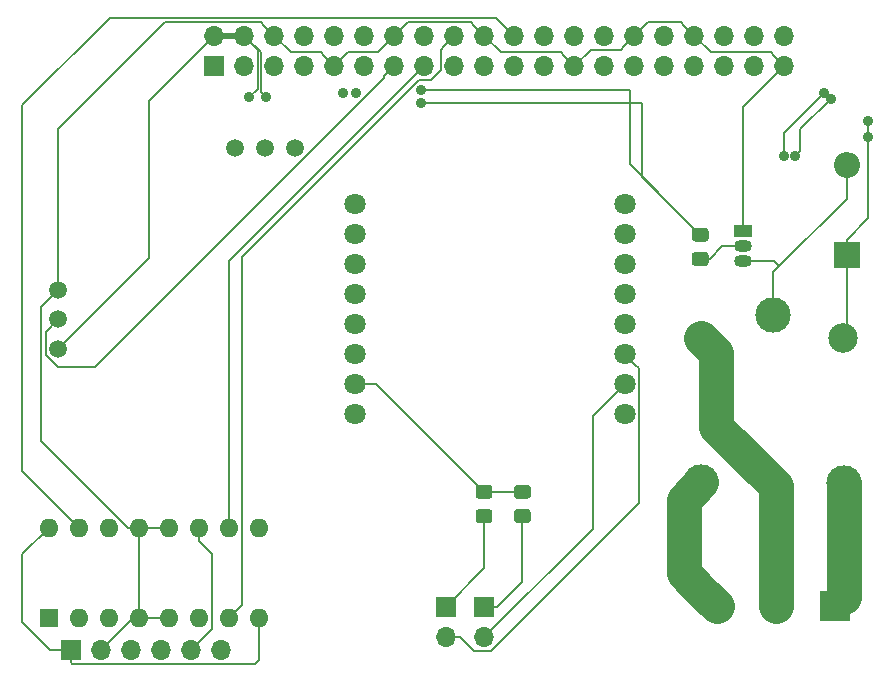
<source format=gtl>
G04 #@! TF.GenerationSoftware,KiCad,Pcbnew,(5.0.0-3-g5ebb6b6)*
G04 #@! TF.CreationDate,2018-10-04T16:31:17-06:00*
G04 #@! TF.ProjectId,Hallow,48616C6C6F772E6B696361645F706362,rev?*
G04 #@! TF.SameCoordinates,Original*
G04 #@! TF.FileFunction,Copper,L1,Top,Signal*
G04 #@! TF.FilePolarity,Positive*
%FSLAX46Y46*%
G04 Gerber Fmt 4.6, Leading zero omitted, Abs format (unit mm)*
G04 Created by KiCad (PCBNEW (5.0.0-3-g5ebb6b6)) date Thursday, October 04, 2018 at 04:31:17 PM*
%MOMM*%
%LPD*%
G01*
G04 APERTURE LIST*
G04 #@! TA.AperFunction,ComponentPad*
%ADD10R,1.700000X1.700000*%
G04 #@! TD*
G04 #@! TA.AperFunction,ComponentPad*
%ADD11O,1.700000X1.700000*%
G04 #@! TD*
G04 #@! TA.AperFunction,ComponentPad*
%ADD12R,1.600000X1.600000*%
G04 #@! TD*
G04 #@! TA.AperFunction,ComponentPad*
%ADD13O,1.600000X1.600000*%
G04 #@! TD*
G04 #@! TA.AperFunction,Conductor*
%ADD14C,0.150000*%
G04 #@! TD*
G04 #@! TA.AperFunction,SMDPad,CuDef*
%ADD15C,1.150000*%
G04 #@! TD*
G04 #@! TA.AperFunction,ComponentPad*
%ADD16C,1.800000*%
G04 #@! TD*
G04 #@! TA.AperFunction,ComponentPad*
%ADD17C,1.500000*%
G04 #@! TD*
G04 #@! TA.AperFunction,ComponentPad*
%ADD18R,2.200000X2.200000*%
G04 #@! TD*
G04 #@! TA.AperFunction,ComponentPad*
%ADD19O,2.200000X2.200000*%
G04 #@! TD*
G04 #@! TA.AperFunction,ComponentPad*
%ADD20C,2.500000*%
G04 #@! TD*
G04 #@! TA.AperFunction,ComponentPad*
%ADD21C,3.000000*%
G04 #@! TD*
G04 #@! TA.AperFunction,ComponentPad*
%ADD22O,1.500000X1.050000*%
G04 #@! TD*
G04 #@! TA.AperFunction,ComponentPad*
%ADD23R,1.500000X1.050000*%
G04 #@! TD*
G04 #@! TA.AperFunction,ComponentPad*
%ADD24R,2.600000X2.600000*%
G04 #@! TD*
G04 #@! TA.AperFunction,ComponentPad*
%ADD25C,2.600000*%
G04 #@! TD*
G04 #@! TA.AperFunction,ViaPad*
%ADD26C,0.900000*%
G04 #@! TD*
G04 #@! TA.AperFunction,Conductor*
%ADD27C,0.500000*%
G04 #@! TD*
G04 #@! TA.AperFunction,Conductor*
%ADD28C,0.200000*%
G04 #@! TD*
G04 #@! TA.AperFunction,Conductor*
%ADD29C,3.000000*%
G04 #@! TD*
G04 APERTURE END LIST*
D10*
G04 #@! TO.P,J3,1*
G04 #@! TO.N,/Vcc2*
X196240800Y-148222000D03*
D11*
G04 #@! TO.P,J3,2*
G04 #@! TO.N,GND*
X198780800Y-148222000D03*
G04 #@! TO.P,J3,3*
G04 #@! TO.N,/Out1*
X201320800Y-148222000D03*
G04 #@! TO.P,J3,4*
G04 #@! TO.N,/Out2*
X203860800Y-148222000D03*
G04 #@! TO.P,J3,5*
G04 #@! TO.N,/Out3*
X206400800Y-148222000D03*
G04 #@! TO.P,J3,6*
G04 #@! TO.N,/Out4*
X208940800Y-148222000D03*
G04 #@! TD*
D12*
G04 #@! TO.P,L293D,1*
G04 #@! TO.N,/GPIO18(GEN1)(PWM0)*
X194361200Y-145478800D03*
D13*
G04 #@! TO.P,L293D,9*
G04 #@! TO.N,/GPIO13(PWM1)*
X212141200Y-137858800D03*
G04 #@! TO.P,L293D,2*
G04 #@! TO.N,/GPIO23(GEN4)*
X196901200Y-145478800D03*
G04 #@! TO.P,L293D,10*
G04 #@! TO.N,/GPIO22(GEN3)*
X209601200Y-137858800D03*
G04 #@! TO.P,L293D,3*
G04 #@! TO.N,/Out1*
X199441200Y-145478800D03*
G04 #@! TO.P,L293D,11*
G04 #@! TO.N,/Out3*
X207061200Y-137858800D03*
G04 #@! TO.P,L293D,4*
G04 #@! TO.N,GND*
X201981200Y-145478800D03*
G04 #@! TO.P,L293D,12*
X204521200Y-137858800D03*
G04 #@! TO.P,L293D,5*
X204521200Y-145478800D03*
G04 #@! TO.P,L293D,13*
X201981200Y-137858800D03*
G04 #@! TO.P,L293D,6*
G04 #@! TO.N,/Out2*
X207061200Y-145478800D03*
G04 #@! TO.P,L293D,14*
G04 #@! TO.N,/Out4*
X199441200Y-137858800D03*
G04 #@! TO.P,L293D,7*
G04 #@! TO.N,/GPIO24(GEN5)*
X209601200Y-145478800D03*
G04 #@! TO.P,L293D,15*
G04 #@! TO.N,/GPIO25(GEN6)*
X196901200Y-137858800D03*
G04 #@! TO.P,L293D,8*
G04 #@! TO.N,/Vcc2*
X212141200Y-145478800D03*
G04 #@! TO.P,L293D,16*
X194361200Y-137858800D03*
G04 #@! TD*
D11*
G04 #@! TO.P,D3,2*
G04 #@! TO.N,/WM_D7*
X227983745Y-147089771D03*
D10*
G04 #@! TO.P,D3,1*
G04 #@! TO.N,Net-(D3-Pad1)*
X227983745Y-144549771D03*
G04 #@! TD*
G04 #@! TO.P,D2,1*
G04 #@! TO.N,Net-(D2-Pad1)*
X231242000Y-144615200D03*
D11*
G04 #@! TO.P,D2,2*
G04 #@! TO.N,/WM_D8*
X231242000Y-147155200D03*
G04 #@! TD*
D14*
G04 #@! TO.N,Net-(D3-Pad1)*
G04 #@! TO.C,R3*
G36*
X231699290Y-136309095D02*
X231723558Y-136312695D01*
X231747357Y-136318656D01*
X231770456Y-136326921D01*
X231792635Y-136337411D01*
X231813678Y-136350023D01*
X231833384Y-136364638D01*
X231851562Y-136381114D01*
X231868038Y-136399292D01*
X231882653Y-136418998D01*
X231895265Y-136440041D01*
X231905755Y-136462220D01*
X231914020Y-136485319D01*
X231919981Y-136509118D01*
X231923581Y-136533386D01*
X231924785Y-136557890D01*
X231924785Y-137207892D01*
X231923581Y-137232396D01*
X231919981Y-137256664D01*
X231914020Y-137280463D01*
X231905755Y-137303562D01*
X231895265Y-137325741D01*
X231882653Y-137346784D01*
X231868038Y-137366490D01*
X231851562Y-137384668D01*
X231833384Y-137401144D01*
X231813678Y-137415759D01*
X231792635Y-137428371D01*
X231770456Y-137438861D01*
X231747357Y-137447126D01*
X231723558Y-137453087D01*
X231699290Y-137456687D01*
X231674786Y-137457891D01*
X230774784Y-137457891D01*
X230750280Y-137456687D01*
X230726012Y-137453087D01*
X230702213Y-137447126D01*
X230679114Y-137438861D01*
X230656935Y-137428371D01*
X230635892Y-137415759D01*
X230616186Y-137401144D01*
X230598008Y-137384668D01*
X230581532Y-137366490D01*
X230566917Y-137346784D01*
X230554305Y-137325741D01*
X230543815Y-137303562D01*
X230535550Y-137280463D01*
X230529589Y-137256664D01*
X230525989Y-137232396D01*
X230524785Y-137207892D01*
X230524785Y-136557890D01*
X230525989Y-136533386D01*
X230529589Y-136509118D01*
X230535550Y-136485319D01*
X230543815Y-136462220D01*
X230554305Y-136440041D01*
X230566917Y-136418998D01*
X230581532Y-136399292D01*
X230598008Y-136381114D01*
X230616186Y-136364638D01*
X230635892Y-136350023D01*
X230656935Y-136337411D01*
X230679114Y-136326921D01*
X230702213Y-136318656D01*
X230726012Y-136312695D01*
X230750280Y-136309095D01*
X230774784Y-136307891D01*
X231674786Y-136307891D01*
X231699290Y-136309095D01*
X231699290Y-136309095D01*
G37*
D15*
G04 #@! TD*
G04 #@! TO.P,R3,2*
G04 #@! TO.N,Net-(D3-Pad1)*
X231224785Y-136882891D03*
D14*
G04 #@! TO.N,/WM_GND*
G04 #@! TO.C,R3*
G36*
X231699290Y-134259095D02*
X231723558Y-134262695D01*
X231747357Y-134268656D01*
X231770456Y-134276921D01*
X231792635Y-134287411D01*
X231813678Y-134300023D01*
X231833384Y-134314638D01*
X231851562Y-134331114D01*
X231868038Y-134349292D01*
X231882653Y-134368998D01*
X231895265Y-134390041D01*
X231905755Y-134412220D01*
X231914020Y-134435319D01*
X231919981Y-134459118D01*
X231923581Y-134483386D01*
X231924785Y-134507890D01*
X231924785Y-135157892D01*
X231923581Y-135182396D01*
X231919981Y-135206664D01*
X231914020Y-135230463D01*
X231905755Y-135253562D01*
X231895265Y-135275741D01*
X231882653Y-135296784D01*
X231868038Y-135316490D01*
X231851562Y-135334668D01*
X231833384Y-135351144D01*
X231813678Y-135365759D01*
X231792635Y-135378371D01*
X231770456Y-135388861D01*
X231747357Y-135397126D01*
X231723558Y-135403087D01*
X231699290Y-135406687D01*
X231674786Y-135407891D01*
X230774784Y-135407891D01*
X230750280Y-135406687D01*
X230726012Y-135403087D01*
X230702213Y-135397126D01*
X230679114Y-135388861D01*
X230656935Y-135378371D01*
X230635892Y-135365759D01*
X230616186Y-135351144D01*
X230598008Y-135334668D01*
X230581532Y-135316490D01*
X230566917Y-135296784D01*
X230554305Y-135275741D01*
X230543815Y-135253562D01*
X230535550Y-135230463D01*
X230529589Y-135206664D01*
X230525989Y-135182396D01*
X230524785Y-135157892D01*
X230524785Y-134507890D01*
X230525989Y-134483386D01*
X230529589Y-134459118D01*
X230535550Y-134435319D01*
X230543815Y-134412220D01*
X230554305Y-134390041D01*
X230566917Y-134368998D01*
X230581532Y-134349292D01*
X230598008Y-134331114D01*
X230616186Y-134314638D01*
X230635892Y-134300023D01*
X230656935Y-134287411D01*
X230679114Y-134276921D01*
X230702213Y-134268656D01*
X230726012Y-134262695D01*
X230750280Y-134259095D01*
X230774784Y-134257891D01*
X231674786Y-134257891D01*
X231699290Y-134259095D01*
X231699290Y-134259095D01*
G37*
D15*
G04 #@! TD*
G04 #@! TO.P,R3,1*
G04 #@! TO.N,/WM_GND*
X231224785Y-134832891D03*
D14*
G04 #@! TO.N,/WM_GND*
G04 #@! TO.C,R2*
G36*
X234940330Y-134252855D02*
X234964598Y-134256455D01*
X234988397Y-134262416D01*
X235011496Y-134270681D01*
X235033675Y-134281171D01*
X235054718Y-134293783D01*
X235074424Y-134308398D01*
X235092602Y-134324874D01*
X235109078Y-134343052D01*
X235123693Y-134362758D01*
X235136305Y-134383801D01*
X235146795Y-134405980D01*
X235155060Y-134429079D01*
X235161021Y-134452878D01*
X235164621Y-134477146D01*
X235165825Y-134501650D01*
X235165825Y-135151652D01*
X235164621Y-135176156D01*
X235161021Y-135200424D01*
X235155060Y-135224223D01*
X235146795Y-135247322D01*
X235136305Y-135269501D01*
X235123693Y-135290544D01*
X235109078Y-135310250D01*
X235092602Y-135328428D01*
X235074424Y-135344904D01*
X235054718Y-135359519D01*
X235033675Y-135372131D01*
X235011496Y-135382621D01*
X234988397Y-135390886D01*
X234964598Y-135396847D01*
X234940330Y-135400447D01*
X234915826Y-135401651D01*
X234015824Y-135401651D01*
X233991320Y-135400447D01*
X233967052Y-135396847D01*
X233943253Y-135390886D01*
X233920154Y-135382621D01*
X233897975Y-135372131D01*
X233876932Y-135359519D01*
X233857226Y-135344904D01*
X233839048Y-135328428D01*
X233822572Y-135310250D01*
X233807957Y-135290544D01*
X233795345Y-135269501D01*
X233784855Y-135247322D01*
X233776590Y-135224223D01*
X233770629Y-135200424D01*
X233767029Y-135176156D01*
X233765825Y-135151652D01*
X233765825Y-134501650D01*
X233767029Y-134477146D01*
X233770629Y-134452878D01*
X233776590Y-134429079D01*
X233784855Y-134405980D01*
X233795345Y-134383801D01*
X233807957Y-134362758D01*
X233822572Y-134343052D01*
X233839048Y-134324874D01*
X233857226Y-134308398D01*
X233876932Y-134293783D01*
X233897975Y-134281171D01*
X233920154Y-134270681D01*
X233943253Y-134262416D01*
X233967052Y-134256455D01*
X233991320Y-134252855D01*
X234015824Y-134251651D01*
X234915826Y-134251651D01*
X234940330Y-134252855D01*
X234940330Y-134252855D01*
G37*
D15*
G04 #@! TD*
G04 #@! TO.P,R2,1*
G04 #@! TO.N,/WM_GND*
X234465825Y-134826651D03*
D14*
G04 #@! TO.N,Net-(D2-Pad1)*
G04 #@! TO.C,R2*
G36*
X234940330Y-136302855D02*
X234964598Y-136306455D01*
X234988397Y-136312416D01*
X235011496Y-136320681D01*
X235033675Y-136331171D01*
X235054718Y-136343783D01*
X235074424Y-136358398D01*
X235092602Y-136374874D01*
X235109078Y-136393052D01*
X235123693Y-136412758D01*
X235136305Y-136433801D01*
X235146795Y-136455980D01*
X235155060Y-136479079D01*
X235161021Y-136502878D01*
X235164621Y-136527146D01*
X235165825Y-136551650D01*
X235165825Y-137201652D01*
X235164621Y-137226156D01*
X235161021Y-137250424D01*
X235155060Y-137274223D01*
X235146795Y-137297322D01*
X235136305Y-137319501D01*
X235123693Y-137340544D01*
X235109078Y-137360250D01*
X235092602Y-137378428D01*
X235074424Y-137394904D01*
X235054718Y-137409519D01*
X235033675Y-137422131D01*
X235011496Y-137432621D01*
X234988397Y-137440886D01*
X234964598Y-137446847D01*
X234940330Y-137450447D01*
X234915826Y-137451651D01*
X234015824Y-137451651D01*
X233991320Y-137450447D01*
X233967052Y-137446847D01*
X233943253Y-137440886D01*
X233920154Y-137432621D01*
X233897975Y-137422131D01*
X233876932Y-137409519D01*
X233857226Y-137394904D01*
X233839048Y-137378428D01*
X233822572Y-137360250D01*
X233807957Y-137340544D01*
X233795345Y-137319501D01*
X233784855Y-137297322D01*
X233776590Y-137274223D01*
X233770629Y-137250424D01*
X233767029Y-137226156D01*
X233765825Y-137201652D01*
X233765825Y-136551650D01*
X233767029Y-136527146D01*
X233770629Y-136502878D01*
X233776590Y-136479079D01*
X233784855Y-136455980D01*
X233795345Y-136433801D01*
X233807957Y-136412758D01*
X233822572Y-136393052D01*
X233839048Y-136374874D01*
X233857226Y-136358398D01*
X233876932Y-136343783D01*
X233897975Y-136331171D01*
X233920154Y-136320681D01*
X233943253Y-136312416D01*
X233967052Y-136306455D01*
X233991320Y-136302855D01*
X234015824Y-136301651D01*
X234915826Y-136301651D01*
X234940330Y-136302855D01*
X234940330Y-136302855D01*
G37*
D15*
G04 #@! TD*
G04 #@! TO.P,R2,2*
G04 #@! TO.N,Net-(D2-Pad1)*
X234465825Y-136876651D03*
D16*
G04 #@! TO.P,U1,8*
G04 #@! TO.N,Net-(U1-Pad8)*
X220269200Y-110477600D03*
G04 #@! TO.P,U1,7*
G04 #@! TO.N,Net-(U1-Pad7)*
X220269200Y-113017600D03*
G04 #@! TO.P,U1,6*
G04 #@! TO.N,Net-(U1-Pad6)*
X220269200Y-115557600D03*
G04 #@! TO.P,U1,5*
G04 #@! TO.N,Net-(U1-Pad5)*
X220269200Y-118097600D03*
G04 #@! TO.P,U1,4*
G04 #@! TO.N,Net-(U1-Pad4)*
X220269200Y-120637600D03*
G04 #@! TO.P,U1,3*
G04 #@! TO.N,Net-(U1-Pad3)*
X220269200Y-123177600D03*
G04 #@! TO.P,U1,2*
G04 #@! TO.N,/WM_GND*
X220269200Y-125717600D03*
G04 #@! TO.P,U1,1*
G04 #@! TO.N,Net-(U1-Pad1)*
X220269200Y-128257600D03*
G04 #@! TO.P,U1,16*
G04 #@! TO.N,Net-(U1-Pad16)*
X243129200Y-128257600D03*
G04 #@! TO.P,U1,15*
G04 #@! TO.N,/WM_D8*
X243129200Y-125717600D03*
G04 #@! TO.P,U1,14*
G04 #@! TO.N,/WM_D7*
X243129200Y-123177600D03*
G04 #@! TO.P,U1,13*
G04 #@! TO.N,Net-(U1-Pad13)*
X243129200Y-120637600D03*
G04 #@! TO.P,U1,12*
G04 #@! TO.N,Net-(U1-Pad12)*
X243129200Y-118097600D03*
G04 #@! TO.P,U1,11*
G04 #@! TO.N,Net-(U1-Pad11)*
X243129200Y-115557600D03*
G04 #@! TO.P,U1,10*
G04 #@! TO.N,Net-(U1-Pad10)*
X243129200Y-113017600D03*
G04 #@! TO.P,U1,9*
G04 #@! TO.N,Net-(U1-Pad9)*
X243129200Y-110477600D03*
G04 #@! TD*
D17*
G04 #@! TO.P,J2,1*
G04 #@! TO.N,Net-(J2-Pad1)*
X215181600Y-105731200D03*
G04 #@! TO.P,J2,2*
G04 #@! TO.N,Net-(J2-Pad2)*
X212681600Y-105731200D03*
G04 #@! TO.P,J2,3*
G04 #@! TO.N,Net-(J2-Pad3)*
X210181600Y-105731200D03*
G04 #@! TO.P,J2,4*
G04 #@! TO.N,GND*
X195181600Y-117731200D03*
G04 #@! TO.P,J2,5*
G04 #@! TO.N,/GPIO27(GEN2)*
X195181600Y-120231200D03*
G04 #@! TO.P,J2,6*
G04 #@! TO.N,+5V*
X195181600Y-122731200D03*
G04 #@! TD*
D18*
G04 #@! TO.P,D1,1*
G04 #@! TO.N,+5V*
X261925200Y-114795600D03*
D19*
G04 #@! TO.P,D1,2*
G04 #@! TO.N,/RLY1*
X261925200Y-107175600D03*
G04 #@! TD*
D20*
G04 #@! TO.P,K1,2*
G04 #@! TO.N,/RLY(COM)*
X249626800Y-121825600D03*
D21*
G04 #@! TO.P,K1,3*
G04 #@! TO.N,/RLY(NO)*
X249626800Y-134025600D03*
G04 #@! TO.P,K1,4*
G04 #@! TO.N,/RLY(NC)*
X261676800Y-134075600D03*
D20*
G04 #@! TO.P,K1,5*
G04 #@! TO.N,+5V*
X261626800Y-121825600D03*
D21*
G04 #@! TO.P,K1,1*
G04 #@! TO.N,/RLY1*
X255676800Y-119875600D03*
G04 #@! TD*
D22*
G04 #@! TO.P,Q1,2*
G04 #@! TO.N,Net-(Q1-Pad2)*
X253136800Y-114033600D03*
G04 #@! TO.P,Q1,3*
G04 #@! TO.N,/RLY1*
X253136800Y-115303600D03*
D23*
G04 #@! TO.P,Q1,1*
G04 #@! TO.N,GND*
X253136800Y-112763600D03*
G04 #@! TD*
D14*
G04 #@! TO.N,/GPIO17(GEN0)*
G04 #@! TO.C,R1*
G36*
X250004505Y-112485604D02*
X250028773Y-112489204D01*
X250052572Y-112495165D01*
X250075671Y-112503430D01*
X250097850Y-112513920D01*
X250118893Y-112526532D01*
X250138599Y-112541147D01*
X250156777Y-112557623D01*
X250173253Y-112575801D01*
X250187868Y-112595507D01*
X250200480Y-112616550D01*
X250210970Y-112638729D01*
X250219235Y-112661828D01*
X250225196Y-112685627D01*
X250228796Y-112709895D01*
X250230000Y-112734399D01*
X250230000Y-113384401D01*
X250228796Y-113408905D01*
X250225196Y-113433173D01*
X250219235Y-113456972D01*
X250210970Y-113480071D01*
X250200480Y-113502250D01*
X250187868Y-113523293D01*
X250173253Y-113542999D01*
X250156777Y-113561177D01*
X250138599Y-113577653D01*
X250118893Y-113592268D01*
X250097850Y-113604880D01*
X250075671Y-113615370D01*
X250052572Y-113623635D01*
X250028773Y-113629596D01*
X250004505Y-113633196D01*
X249980001Y-113634400D01*
X249079999Y-113634400D01*
X249055495Y-113633196D01*
X249031227Y-113629596D01*
X249007428Y-113623635D01*
X248984329Y-113615370D01*
X248962150Y-113604880D01*
X248941107Y-113592268D01*
X248921401Y-113577653D01*
X248903223Y-113561177D01*
X248886747Y-113542999D01*
X248872132Y-113523293D01*
X248859520Y-113502250D01*
X248849030Y-113480071D01*
X248840765Y-113456972D01*
X248834804Y-113433173D01*
X248831204Y-113408905D01*
X248830000Y-113384401D01*
X248830000Y-112734399D01*
X248831204Y-112709895D01*
X248834804Y-112685627D01*
X248840765Y-112661828D01*
X248849030Y-112638729D01*
X248859520Y-112616550D01*
X248872132Y-112595507D01*
X248886747Y-112575801D01*
X248903223Y-112557623D01*
X248921401Y-112541147D01*
X248941107Y-112526532D01*
X248962150Y-112513920D01*
X248984329Y-112503430D01*
X249007428Y-112495165D01*
X249031227Y-112489204D01*
X249055495Y-112485604D01*
X249079999Y-112484400D01*
X249980001Y-112484400D01*
X250004505Y-112485604D01*
X250004505Y-112485604D01*
G37*
D15*
G04 #@! TD*
G04 #@! TO.P,R1,1*
G04 #@! TO.N,/GPIO17(GEN0)*
X249530000Y-113059400D03*
D14*
G04 #@! TO.N,Net-(Q1-Pad2)*
G04 #@! TO.C,R1*
G36*
X250004505Y-114535604D02*
X250028773Y-114539204D01*
X250052572Y-114545165D01*
X250075671Y-114553430D01*
X250097850Y-114563920D01*
X250118893Y-114576532D01*
X250138599Y-114591147D01*
X250156777Y-114607623D01*
X250173253Y-114625801D01*
X250187868Y-114645507D01*
X250200480Y-114666550D01*
X250210970Y-114688729D01*
X250219235Y-114711828D01*
X250225196Y-114735627D01*
X250228796Y-114759895D01*
X250230000Y-114784399D01*
X250230000Y-115434401D01*
X250228796Y-115458905D01*
X250225196Y-115483173D01*
X250219235Y-115506972D01*
X250210970Y-115530071D01*
X250200480Y-115552250D01*
X250187868Y-115573293D01*
X250173253Y-115592999D01*
X250156777Y-115611177D01*
X250138599Y-115627653D01*
X250118893Y-115642268D01*
X250097850Y-115654880D01*
X250075671Y-115665370D01*
X250052572Y-115673635D01*
X250028773Y-115679596D01*
X250004505Y-115683196D01*
X249980001Y-115684400D01*
X249079999Y-115684400D01*
X249055495Y-115683196D01*
X249031227Y-115679596D01*
X249007428Y-115673635D01*
X248984329Y-115665370D01*
X248962150Y-115654880D01*
X248941107Y-115642268D01*
X248921401Y-115627653D01*
X248903223Y-115611177D01*
X248886747Y-115592999D01*
X248872132Y-115573293D01*
X248859520Y-115552250D01*
X248849030Y-115530071D01*
X248840765Y-115506972D01*
X248834804Y-115483173D01*
X248831204Y-115458905D01*
X248830000Y-115434401D01*
X248830000Y-114784399D01*
X248831204Y-114759895D01*
X248834804Y-114735627D01*
X248840765Y-114711828D01*
X248849030Y-114688729D01*
X248859520Y-114666550D01*
X248872132Y-114645507D01*
X248886747Y-114625801D01*
X248903223Y-114607623D01*
X248921401Y-114591147D01*
X248941107Y-114576532D01*
X248962150Y-114563920D01*
X248984329Y-114553430D01*
X249007428Y-114545165D01*
X249031227Y-114539204D01*
X249055495Y-114535604D01*
X249079999Y-114534400D01*
X249980001Y-114534400D01*
X250004505Y-114535604D01*
X250004505Y-114535604D01*
G37*
D15*
G04 #@! TD*
G04 #@! TO.P,R1,2*
G04 #@! TO.N,Net-(Q1-Pad2)*
X249530000Y-115109400D03*
D24*
G04 #@! TO.P,J1,1*
G04 #@! TO.N,/RLY(NC)*
X260909200Y-144513600D03*
D25*
G04 #@! TO.P,J1,2*
G04 #@! TO.N,/RLY(COM)*
X255909200Y-144513600D03*
G04 #@! TO.P,J1,3*
G04 #@! TO.N,/RLY(NO)*
X250909200Y-144513600D03*
G04 #@! TD*
D10*
G04 #@! TO.P,P1,1*
G04 #@! TO.N,+3V3*
X208370000Y-98770000D03*
D11*
G04 #@! TO.P,P1,2*
G04 #@! TO.N,+5V*
X208370000Y-96230000D03*
G04 #@! TO.P,P1,3*
G04 #@! TO.N,/GPIO2(SDA1)*
X210910000Y-98770000D03*
G04 #@! TO.P,P1,4*
G04 #@! TO.N,+5V*
X210910000Y-96230000D03*
G04 #@! TO.P,P1,5*
G04 #@! TO.N,/GPIO3(SCL1)*
X213450000Y-98770000D03*
G04 #@! TO.P,P1,6*
G04 #@! TO.N,GND*
X213450000Y-96230000D03*
G04 #@! TO.P,P1,7*
G04 #@! TO.N,/GPIO4(GCLK)*
X215990000Y-98770000D03*
G04 #@! TO.P,P1,8*
G04 #@! TO.N,/GPIO14(TXD0)*
X215990000Y-96230000D03*
G04 #@! TO.P,P1,9*
G04 #@! TO.N,GND*
X218530000Y-98770000D03*
G04 #@! TO.P,P1,10*
G04 #@! TO.N,/GPIO15(RXD0)*
X218530000Y-96230000D03*
G04 #@! TO.P,P1,11*
G04 #@! TO.N,/GPIO17(GEN0)*
X221070000Y-98770000D03*
G04 #@! TO.P,P1,12*
G04 #@! TO.N,/GPIO18(GEN1)(PWM0)*
X221070000Y-96230000D03*
G04 #@! TO.P,P1,13*
G04 #@! TO.N,/GPIO27(GEN2)*
X223610000Y-98770000D03*
G04 #@! TO.P,P1,14*
G04 #@! TO.N,GND*
X223610000Y-96230000D03*
G04 #@! TO.P,P1,15*
G04 #@! TO.N,/GPIO22(GEN3)*
X226150000Y-98770000D03*
G04 #@! TO.P,P1,16*
G04 #@! TO.N,/GPIO23(GEN4)*
X226150000Y-96230000D03*
G04 #@! TO.P,P1,17*
G04 #@! TO.N,+3V3*
X228690000Y-98770000D03*
G04 #@! TO.P,P1,18*
G04 #@! TO.N,/GPIO24(GEN5)*
X228690000Y-96230000D03*
G04 #@! TO.P,P1,19*
G04 #@! TO.N,/GPIO10(SPI0_MOSI)*
X231230000Y-98770000D03*
G04 #@! TO.P,P1,20*
G04 #@! TO.N,GND*
X231230000Y-96230000D03*
G04 #@! TO.P,P1,21*
G04 #@! TO.N,/GPIO9(SPI0_MISO)*
X233770000Y-98770000D03*
G04 #@! TO.P,P1,22*
G04 #@! TO.N,/GPIO25(GEN6)*
X233770000Y-96230000D03*
G04 #@! TO.P,P1,23*
G04 #@! TO.N,/GPIO11(SPI0_SCK)*
X236310000Y-98770000D03*
G04 #@! TO.P,P1,24*
G04 #@! TO.N,/GPIO8(SPI0_CE_N)*
X236310000Y-96230000D03*
G04 #@! TO.P,P1,25*
G04 #@! TO.N,GND*
X238850000Y-98770000D03*
G04 #@! TO.P,P1,26*
G04 #@! TO.N,/GPIO7(SPI1_CE_N)*
X238850000Y-96230000D03*
G04 #@! TO.P,P1,27*
G04 #@! TO.N,/ID_SD*
X241390000Y-98770000D03*
G04 #@! TO.P,P1,28*
G04 #@! TO.N,/ID_SC*
X241390000Y-96230000D03*
G04 #@! TO.P,P1,29*
G04 #@! TO.N,/GPIO5*
X243930000Y-98770000D03*
G04 #@! TO.P,P1,30*
G04 #@! TO.N,GND*
X243930000Y-96230000D03*
G04 #@! TO.P,P1,31*
G04 #@! TO.N,/GPIO6*
X246470000Y-98770000D03*
G04 #@! TO.P,P1,32*
G04 #@! TO.N,/GPIO12(PWM0)*
X246470000Y-96230000D03*
G04 #@! TO.P,P1,33*
G04 #@! TO.N,/GPIO13(PWM1)*
X249010000Y-98770000D03*
G04 #@! TO.P,P1,34*
G04 #@! TO.N,GND*
X249010000Y-96230000D03*
G04 #@! TO.P,P1,35*
G04 #@! TO.N,/GPIO19(SPI1_MISO)*
X251550000Y-98770000D03*
G04 #@! TO.P,P1,36*
G04 #@! TO.N,/GPIO16*
X251550000Y-96230000D03*
G04 #@! TO.P,P1,37*
G04 #@! TO.N,/GPIO26*
X254090000Y-98770000D03*
G04 #@! TO.P,P1,38*
G04 #@! TO.N,/GPIO20(SPI1_MOSI)*
X254090000Y-96230000D03*
G04 #@! TO.P,P1,39*
G04 #@! TO.N,GND*
X256630000Y-98770000D03*
G04 #@! TO.P,P1,40*
G04 #@! TO.N,/GPIO21(SPI1_SCK)*
X256630000Y-96230000D03*
G04 #@! TD*
D26*
G04 #@! TO.N,+5V*
X211328400Y-101435200D03*
X212801600Y-101435200D03*
X263754000Y-103467200D03*
X263754000Y-104788000D03*
G04 #@! TO.N,/GPIO17(GEN0)*
X225908000Y-100825600D03*
X225908000Y-101892400D03*
X219304000Y-101079600D03*
X220421600Y-101079600D03*
G04 #@! TO.N,/GPIO23(GEN4)*
X256591200Y-106413600D03*
X257556400Y-106413600D03*
X256591200Y-106413600D03*
X260045600Y-101028800D03*
X260604400Y-101536800D03*
G04 #@! TD*
D27*
G04 #@! TO.N,+5V*
X210910000Y-96230000D02*
X208370000Y-96230000D01*
D28*
X261925200Y-121527200D02*
X261626800Y-121825600D01*
X261925200Y-114795600D02*
X261925200Y-121527200D01*
X207520001Y-97079999D02*
X208370000Y-96230000D01*
X202881599Y-115031201D02*
X202881599Y-101718401D01*
X202881599Y-101718401D02*
X207520001Y-97079999D01*
X195181600Y-122731200D02*
X202881599Y-115031201D01*
X261925200Y-113495600D02*
X263754000Y-111666800D01*
X261925200Y-114795600D02*
X261925200Y-113495600D01*
X263754000Y-111666800D02*
X263754000Y-104788000D01*
X263754000Y-103467200D02*
X263754000Y-103365600D01*
X263754000Y-104788000D02*
X263754000Y-103467200D01*
X212060001Y-100703599D02*
X211328400Y-101435200D01*
X212060001Y-97380001D02*
X212060001Y-100703599D01*
X210910000Y-96230000D02*
X212060001Y-97380001D01*
X212299999Y-97619999D02*
X212299999Y-100933599D01*
X212351601Y-100985201D02*
X212801600Y-101435200D01*
X212299999Y-100933599D02*
X212351601Y-100985201D01*
X210910000Y-96230000D02*
X212299999Y-97619999D01*
G04 #@! TO.N,GND*
X217379999Y-97619999D02*
X217680001Y-97920001D01*
X214839999Y-97619999D02*
X217379999Y-97619999D01*
X217680001Y-97920001D02*
X218530000Y-98770000D01*
X213450000Y-96230000D02*
X214839999Y-97619999D01*
X222760001Y-97079999D02*
X223610000Y-96230000D01*
X219680001Y-97619999D02*
X222220001Y-97619999D01*
X222220001Y-97619999D02*
X222760001Y-97079999D01*
X218530000Y-98770000D02*
X219680001Y-97619999D01*
X230380001Y-95380001D02*
X231230000Y-96230000D01*
X230079999Y-95079999D02*
X230380001Y-95380001D01*
X224760001Y-95079999D02*
X230079999Y-95079999D01*
X223610000Y-96230000D02*
X224760001Y-95079999D01*
X238000001Y-97920001D02*
X238850000Y-98770000D01*
X237699999Y-97619999D02*
X238000001Y-97920001D01*
X232619999Y-97619999D02*
X237699999Y-97619999D01*
X231230000Y-96230000D02*
X232619999Y-97619999D01*
X243080001Y-97079999D02*
X243930000Y-96230000D01*
X242779999Y-97380001D02*
X243080001Y-97079999D01*
X240239999Y-97380001D02*
X242779999Y-97380001D01*
X238850000Y-98770000D02*
X240239999Y-97380001D01*
X248160001Y-95380001D02*
X249010000Y-96230000D01*
X245080001Y-95079999D02*
X247859999Y-95079999D01*
X247859999Y-95079999D02*
X248160001Y-95380001D01*
X243930000Y-96230000D02*
X245080001Y-95079999D01*
X255479999Y-97619999D02*
X255780001Y-97920001D01*
X250399999Y-97619999D02*
X255479999Y-97619999D01*
X255780001Y-97920001D02*
X256630000Y-98770000D01*
X249010000Y-96230000D02*
X250399999Y-97619999D01*
X204186001Y-95079999D02*
X212299999Y-95079999D01*
X212600001Y-95380001D02*
X213450000Y-96230000D01*
X212299999Y-95079999D02*
X212600001Y-95380001D01*
X195181600Y-104084400D02*
X204186001Y-95079999D01*
X195181600Y-117731200D02*
X195181600Y-104084400D01*
X253136800Y-102263200D02*
X256630000Y-98770000D01*
X253136800Y-112763600D02*
X253136800Y-102263200D01*
X201524000Y-145478800D02*
X201981200Y-145478800D01*
X198780800Y-148222000D02*
X201524000Y-145478800D01*
X201981200Y-145478800D02*
X204521200Y-145478800D01*
X201981200Y-137858800D02*
X201981200Y-145478800D01*
X201981200Y-137858800D02*
X204521200Y-137858800D01*
X194431601Y-118481199D02*
X195181600Y-117731200D01*
X193731589Y-119181211D02*
X194431601Y-118481199D01*
X193731589Y-130521187D02*
X193731589Y-119181211D01*
X201069202Y-137858800D02*
X193731589Y-130521187D01*
X201981200Y-137858800D02*
X201069202Y-137858800D01*
G04 #@! TO.N,/GPIO17(GEN0)*
X244620400Y-101892400D02*
X225908000Y-101892400D01*
X243553600Y-100825600D02*
X225908000Y-100825600D01*
X244620400Y-108149800D02*
X249530000Y-113059400D01*
X244620400Y-101892400D02*
X244620400Y-108149800D01*
X243553600Y-107083000D02*
X249530000Y-113059400D01*
X243553600Y-100825600D02*
X243553600Y-107083000D01*
G04 #@! TO.N,/GPIO27(GEN2)*
X194131599Y-123235201D02*
X195140798Y-124244400D01*
X194131599Y-121281201D02*
X194131599Y-123235201D01*
X195181600Y-120231200D02*
X194131599Y-121281201D01*
X195140798Y-124244400D02*
X198323600Y-124244400D01*
X222760001Y-99619999D02*
X223610000Y-98770000D01*
X222760001Y-99807999D02*
X222760001Y-99619999D01*
X198323600Y-124244400D02*
X222760001Y-99807999D01*
G04 #@! TO.N,/GPIO22(GEN3)*
X209601200Y-115318800D02*
X226150000Y-98770000D01*
X209601200Y-137858800D02*
X209601200Y-115318800D01*
G04 #@! TO.N,/GPIO23(GEN4)*
X256591200Y-106413600D02*
X256591200Y-104483200D01*
X256591200Y-104483200D02*
X260045600Y-101028800D01*
X258006399Y-105963601D02*
X258006399Y-104134801D01*
X257556400Y-106413600D02*
X258006399Y-105963601D01*
X258006399Y-104134801D02*
X260604400Y-101536800D01*
X260045600Y-101028800D02*
X260198000Y-100876400D01*
X260604400Y-101536800D02*
X260706000Y-101435200D01*
G04 #@! TO.N,/GPIO24(GEN5)*
X227840001Y-97079999D02*
X228690000Y-96230000D01*
X227539999Y-97380001D02*
X227840001Y-97079999D01*
X227539999Y-99082003D02*
X227539999Y-97380001D01*
X226702001Y-99920001D02*
X227539999Y-99082003D01*
X225703597Y-99920001D02*
X226702001Y-99920001D01*
X210701201Y-114922397D02*
X225703597Y-99920001D01*
X210701201Y-144378799D02*
X210701201Y-114922397D01*
X209601200Y-145478800D02*
X210701201Y-144378799D01*
G04 #@! TO.N,/GPIO25(GEN6)*
X199541611Y-94679989D02*
X232219989Y-94679989D01*
X232920001Y-95380001D02*
X233770000Y-96230000D01*
X192147210Y-102074390D02*
X199541611Y-94679989D01*
X192147210Y-133104810D02*
X192147210Y-102074390D01*
X232219989Y-94679989D02*
X232920001Y-95380001D01*
X196901200Y-137858800D02*
X192147210Y-133104810D01*
G04 #@! TO.N,Net-(Q1-Pad2)*
X252186800Y-114033600D02*
X253136800Y-114033600D01*
X251405800Y-114033600D02*
X252186800Y-114033600D01*
X250330000Y-115109400D02*
X251405800Y-114033600D01*
X249530000Y-115109400D02*
X250330000Y-115109400D01*
G04 #@! TO.N,/RLY(NC)*
X261676800Y-143746000D02*
X260909200Y-144513600D01*
D29*
X261676800Y-134075600D02*
X261676800Y-143746000D01*
G04 #@! TO.N,/RLY(COM)*
X250876799Y-129299599D02*
X255909200Y-134332000D01*
X250876799Y-123075599D02*
X250876799Y-129299599D01*
X255909200Y-134332000D02*
X255909200Y-144513600D01*
X249626800Y-121825600D02*
X250876799Y-123075599D01*
G04 #@! TO.N,/RLY(NO)*
X249609201Y-143213601D02*
X250909200Y-144513600D01*
X248126801Y-141731201D02*
X249609201Y-143213601D01*
X248126801Y-135525599D02*
X248126801Y-141731201D01*
X249626800Y-134025600D02*
X248126801Y-135525599D01*
D28*
G04 #@! TO.N,/RLY1*
X261925200Y-108731234D02*
X261925200Y-107175600D01*
X261925200Y-109998434D02*
X261925200Y-108731234D01*
X256202224Y-115721410D02*
X261925200Y-109998434D01*
X255784414Y-115303600D02*
X256202224Y-115721410D01*
X253136800Y-115303600D02*
X255784414Y-115303600D01*
X255676800Y-116246834D02*
X255676800Y-119875600D01*
X256202224Y-115721410D02*
X255676800Y-116246834D01*
G04 #@! TO.N,/WM_GND*
X231231025Y-134826651D02*
X231224785Y-134832891D01*
X234465825Y-134826651D02*
X231231025Y-134826651D01*
X222109494Y-125717600D02*
X231224785Y-134832891D01*
X220269200Y-125717600D02*
X222109494Y-125717600D01*
G04 #@! TO.N,Net-(D2-Pad1)*
X232292000Y-144615200D02*
X231242000Y-144615200D01*
X234465825Y-142441375D02*
X232292000Y-144615200D01*
X234465825Y-136876651D02*
X234465825Y-142441375D01*
G04 #@! TO.N,Net-(D3-Pad1)*
X231224785Y-141308731D02*
X227983745Y-144549771D01*
X231224785Y-136882891D02*
X231224785Y-141308731D01*
G04 #@! TO.N,/WM_D8*
X242229201Y-126617599D02*
X243129200Y-125717600D01*
X240436800Y-128410000D02*
X242229201Y-126617599D01*
X240436800Y-137960400D02*
X240436800Y-128410000D01*
X231242000Y-147155200D02*
X240436800Y-137960400D01*
G04 #@! TO.N,/WM_D7*
X244029199Y-124077599D02*
X243129200Y-123177600D01*
X244329201Y-124377601D02*
X244029199Y-124077599D01*
X244329201Y-135770001D02*
X244329201Y-124377601D01*
X231794001Y-148305201D02*
X244329201Y-135770001D01*
X230401256Y-148305201D02*
X231794001Y-148305201D01*
X229185826Y-147089771D02*
X230401256Y-148305201D01*
X227983745Y-147089771D02*
X229185826Y-147089771D01*
G04 #@! TO.N,/Out3*
X207250799Y-147372001D02*
X206400800Y-148222000D01*
X208161201Y-146461599D02*
X207250799Y-147372001D01*
X208161201Y-140090171D02*
X208161201Y-146461599D01*
X207061200Y-138990170D02*
X208161201Y-140090171D01*
X207061200Y-137858800D02*
X207061200Y-138990170D01*
G04 #@! TO.N,/Vcc2*
X192147210Y-140072790D02*
X192147210Y-145889610D01*
X194361200Y-137858800D02*
X192147210Y-140072790D01*
X194479600Y-148222000D02*
X196240800Y-148222000D01*
X192147210Y-145889610D02*
X194479600Y-148222000D01*
X196340801Y-149372001D02*
X211803999Y-149372001D01*
X196240800Y-149272000D02*
X196340801Y-149372001D01*
X196240800Y-148222000D02*
X196240800Y-149272000D01*
X212141200Y-149034800D02*
X212141200Y-145478800D01*
X211803999Y-149372001D02*
X212141200Y-149034800D01*
G04 #@! TD*
M02*

</source>
